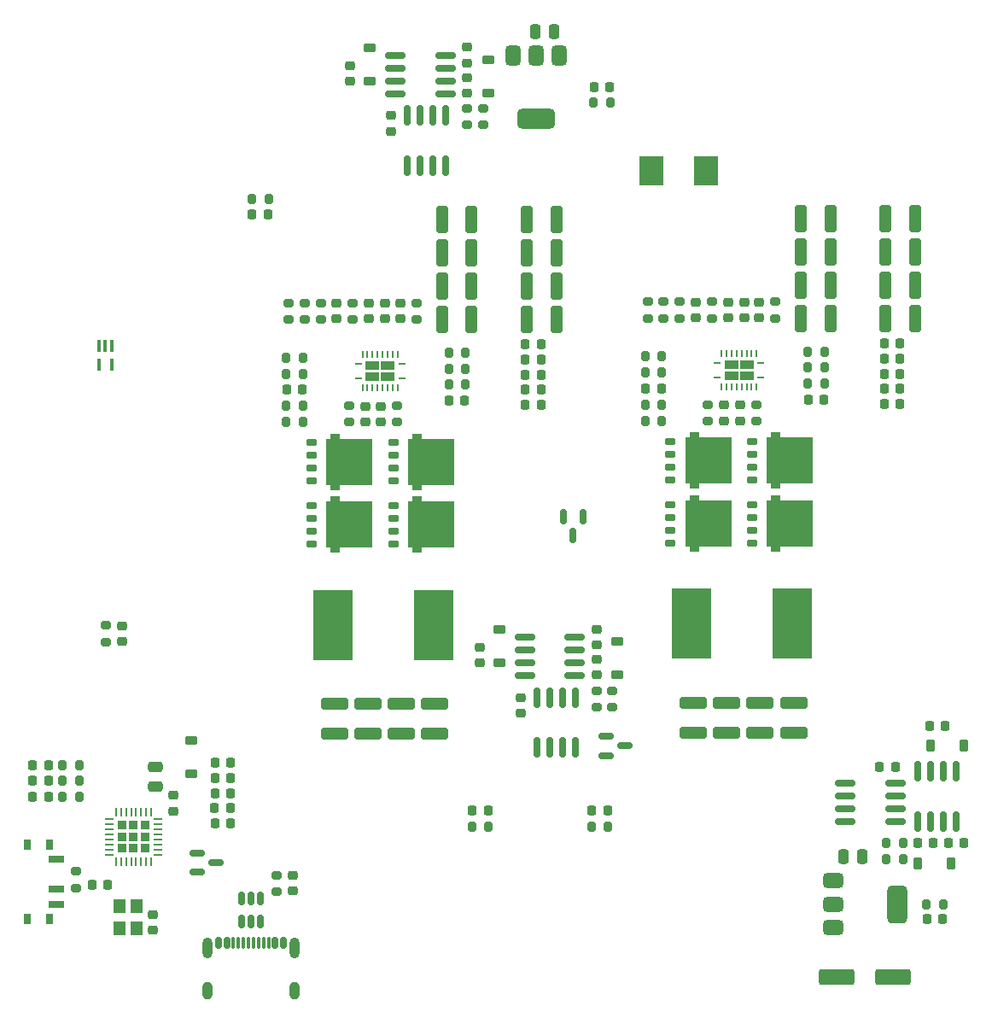
<source format=gbr>
%TF.GenerationSoftware,KiCad,Pcbnew,8.0.4*%
%TF.CreationDate,2025-01-13T22:40:44-07:00*%
%TF.ProjectId,Battery-Board,42617474-6572-4792-9d42-6f6172642e6b,rev?*%
%TF.SameCoordinates,Original*%
%TF.FileFunction,Paste,Top*%
%TF.FilePolarity,Positive*%
%FSLAX46Y46*%
G04 Gerber Fmt 4.6, Leading zero omitted, Abs format (unit mm)*
G04 Created by KiCad (PCBNEW 8.0.4) date 2025-01-13 22:40:44*
%MOMM*%
%LPD*%
G01*
G04 APERTURE LIST*
G04 Aperture macros list*
%AMRoundRect*
0 Rectangle with rounded corners*
0 $1 Rounding radius*
0 $2 $3 $4 $5 $6 $7 $8 $9 X,Y pos of 4 corners*
0 Add a 4 corners polygon primitive as box body*
4,1,4,$2,$3,$4,$5,$6,$7,$8,$9,$2,$3,0*
0 Add four circle primitives for the rounded corners*
1,1,$1+$1,$2,$3*
1,1,$1+$1,$4,$5*
1,1,$1+$1,$6,$7*
1,1,$1+$1,$8,$9*
0 Add four rect primitives between the rounded corners*
20,1,$1+$1,$2,$3,$4,$5,0*
20,1,$1+$1,$4,$5,$6,$7,0*
20,1,$1+$1,$6,$7,$8,$9,0*
20,1,$1+$1,$8,$9,$2,$3,0*%
%AMFreePoly0*
4,1,14,-0.697500,2.280000,2.027500,2.280000,2.502500,2.280000,2.502500,-2.280000,-0.697500,-2.280000,-0.697500,-2.775000,-1.602500,-2.775000,-1.602500,-2.280000,-2.027500,-2.280000,-2.027500,2.280000,-1.602500,2.280000,-1.602500,2.775000,-0.697500,2.775000,-0.697500,2.280000,-0.697500,2.280000,$1*%
G04 Aperture macros list end*
%ADD10RoundRect,0.250000X0.325000X1.100000X-0.325000X1.100000X-0.325000X-1.100000X0.325000X-1.100000X0*%
%ADD11RoundRect,0.225000X0.225000X0.250000X-0.225000X0.250000X-0.225000X-0.250000X0.225000X-0.250000X0*%
%ADD12RoundRect,0.225000X0.250000X-0.225000X0.250000X0.225000X-0.250000X0.225000X-0.250000X-0.225000X0*%
%ADD13R,1.330000X0.920000*%
%ADD14RoundRect,0.050000X-0.250000X-0.070000X0.250000X-0.070000X0.250000X0.070000X-0.250000X0.070000X0*%
%ADD15RoundRect,0.050000X-0.070000X0.250000X-0.070000X-0.250000X0.070000X-0.250000X0.070000X0.250000X0*%
%ADD16RoundRect,0.225000X-0.225000X-0.250000X0.225000X-0.250000X0.225000X0.250000X-0.225000X0.250000X0*%
%ADD17RoundRect,0.225000X-0.250000X0.225000X-0.250000X-0.225000X0.250000X-0.225000X0.250000X0.225000X0*%
%ADD18RoundRect,0.187500X-0.312500X-0.187500X0.312500X-0.187500X0.312500X0.187500X-0.312500X0.187500X0*%
%ADD19FreePoly0,0.000000*%
%ADD20RoundRect,0.200000X-0.275000X0.200000X-0.275000X-0.200000X0.275000X-0.200000X0.275000X0.200000X0*%
%ADD21RoundRect,0.150000X0.150000X-0.512500X0.150000X0.512500X-0.150000X0.512500X-0.150000X-0.512500X0*%
%ADD22R,4.000000X7.000000*%
%ADD23RoundRect,0.250000X-0.325000X-1.100000X0.325000X-1.100000X0.325000X1.100000X-0.325000X1.100000X0*%
%ADD24RoundRect,0.225000X0.375000X-0.225000X0.375000X0.225000X-0.375000X0.225000X-0.375000X-0.225000X0*%
%ADD25RoundRect,0.200000X0.275000X-0.200000X0.275000X0.200000X-0.275000X0.200000X-0.275000X-0.200000X0*%
%ADD26RoundRect,0.250000X-1.100000X0.325000X-1.100000X-0.325000X1.100000X-0.325000X1.100000X0.325000X0*%
%ADD27RoundRect,0.150000X-0.150000X0.587500X-0.150000X-0.587500X0.150000X-0.587500X0.150000X0.587500X0*%
%ADD28RoundRect,0.200000X-0.200000X-0.275000X0.200000X-0.275000X0.200000X0.275000X-0.200000X0.275000X0*%
%ADD29RoundRect,0.150000X-0.150000X-0.425000X0.150000X-0.425000X0.150000X0.425000X-0.150000X0.425000X0*%
%ADD30RoundRect,0.075000X-0.075000X-0.500000X0.075000X-0.500000X0.075000X0.500000X-0.075000X0.500000X0*%
%ADD31O,1.000000X2.100000*%
%ADD32O,1.000000X1.800000*%
%ADD33RoundRect,0.200000X0.200000X0.275000X-0.200000X0.275000X-0.200000X-0.275000X0.200000X-0.275000X0*%
%ADD34RoundRect,0.218750X-0.218750X-0.256250X0.218750X-0.256250X0.218750X0.256250X-0.218750X0.256250X0*%
%ADD35RoundRect,0.225000X-0.225000X-0.375000X0.225000X-0.375000X0.225000X0.375000X-0.225000X0.375000X0*%
%ADD36RoundRect,0.150000X-0.825000X-0.150000X0.825000X-0.150000X0.825000X0.150000X-0.825000X0.150000X0*%
%ADD37RoundRect,0.150000X0.150000X-0.825000X0.150000X0.825000X-0.150000X0.825000X-0.150000X-0.825000X0*%
%ADD38R,2.475000X3.000000*%
%ADD39R,0.400000X1.200000*%
%ADD40R,1.200000X1.400000*%
%ADD41RoundRect,0.250000X0.250000X0.475000X-0.250000X0.475000X-0.250000X-0.475000X0.250000X-0.475000X0*%
%ADD42RoundRect,0.218750X0.218750X0.256250X-0.218750X0.256250X-0.218750X-0.256250X0.218750X-0.256250X0*%
%ADD43RoundRect,0.250000X0.475000X-0.250000X0.475000X0.250000X-0.475000X0.250000X-0.475000X-0.250000X0*%
%ADD44RoundRect,0.150000X-0.587500X-0.150000X0.587500X-0.150000X0.587500X0.150000X-0.587500X0.150000X0*%
%ADD45RoundRect,0.218750X0.256250X-0.218750X0.256250X0.218750X-0.256250X0.218750X-0.256250X-0.218750X0*%
%ADD46RoundRect,0.250000X1.500000X0.550000X-1.500000X0.550000X-1.500000X-0.550000X1.500000X-0.550000X0*%
%ADD47RoundRect,0.150000X-0.150000X0.825000X-0.150000X-0.825000X0.150000X-0.825000X0.150000X0.825000X0*%
%ADD48RoundRect,0.375000X-0.625000X-0.375000X0.625000X-0.375000X0.625000X0.375000X-0.625000X0.375000X0*%
%ADD49RoundRect,0.500000X-0.500000X-1.400000X0.500000X-1.400000X0.500000X1.400000X-0.500000X1.400000X0*%
%ADD50R,0.800000X1.000000*%
%ADD51R,1.500000X0.700000*%
%ADD52RoundRect,0.250000X-0.250000X-0.475000X0.250000X-0.475000X0.250000X0.475000X-0.250000X0.475000X0*%
%ADD53RoundRect,0.232500X0.232500X-0.232500X0.232500X0.232500X-0.232500X0.232500X-0.232500X-0.232500X0*%
%ADD54RoundRect,0.062500X0.062500X-0.375000X0.062500X0.375000X-0.062500X0.375000X-0.062500X-0.375000X0*%
%ADD55RoundRect,0.062500X0.375000X-0.062500X0.375000X0.062500X-0.375000X0.062500X-0.375000X-0.062500X0*%
%ADD56RoundRect,0.375000X-0.375000X0.625000X-0.375000X-0.625000X0.375000X-0.625000X0.375000X0.625000X0*%
%ADD57RoundRect,0.500000X-1.400000X0.500000X-1.400000X-0.500000X1.400000X-0.500000X1.400000X0.500000X0*%
G04 APERTURE END LIST*
D10*
%TO.C,C20*%
X173075000Y-80320000D03*
X170125000Y-80320000D03*
%TD*%
D11*
%TO.C,C61*%
X136800000Y-88520000D03*
X135250000Y-88520000D03*
%TD*%
D12*
%TO.C,C2*%
X136995000Y-58035000D03*
X136995000Y-56485000D03*
%TD*%
D13*
%TO.C,U12*%
X164767250Y-84910000D03*
X163227250Y-84910000D03*
X164767250Y-86030000D03*
X163227250Y-86030000D03*
D14*
X166147250Y-84720000D03*
D15*
X165747250Y-83820000D03*
X165247250Y-83820000D03*
X164747250Y-83820000D03*
X164247250Y-83820000D03*
X163747250Y-83820000D03*
X163247250Y-83820000D03*
X162747250Y-83820000D03*
X162247250Y-83820000D03*
D14*
X161847250Y-84720000D03*
X161847250Y-86220000D03*
D15*
X162247250Y-87120000D03*
X162747250Y-87120000D03*
X163247250Y-87120000D03*
X163747250Y-87120000D03*
X164247250Y-87120000D03*
X164747250Y-87120000D03*
X165247250Y-87120000D03*
X165747250Y-87120000D03*
D14*
X166147250Y-86220000D03*
%TD*%
D16*
%TO.C,C82*%
X142800000Y-84417500D03*
X144350000Y-84417500D03*
%TD*%
D17*
%TO.C,C64*%
X130400000Y-78845000D03*
X130400000Y-80395000D03*
%TD*%
D18*
%TO.C,U22*%
X129700000Y-92650000D03*
X129700000Y-93920000D03*
X129700000Y-95190000D03*
X129700000Y-96460000D03*
D19*
X133192250Y-94555000D03*
%TD*%
D20*
%TO.C,R22*%
X156500000Y-78695000D03*
X156500000Y-80345000D03*
%TD*%
%TO.C,R7*%
X122500000Y-78795000D03*
X122500000Y-80445000D03*
%TD*%
D12*
%TO.C,C17*%
X149850000Y-115705000D03*
X149850000Y-114155000D03*
%TD*%
D20*
%TO.C,R19*%
X160900000Y-88895000D03*
X160900000Y-90545000D03*
%TD*%
D16*
%TO.C,C12*%
X112000000Y-127410000D03*
X113550000Y-127410000D03*
%TD*%
D21*
%TO.C,D7*%
X114650000Y-140137500D03*
X115600000Y-140137500D03*
X116550000Y-140137500D03*
X116550000Y-137862500D03*
X115600000Y-137862500D03*
X114650000Y-137862500D03*
%TD*%
D22*
%TO.C,L2*%
X123700000Y-110720000D03*
X133700000Y-110720000D03*
%TD*%
D18*
%TO.C,U24*%
X129700000Y-98890000D03*
X129700000Y-100160000D03*
X129700000Y-101430000D03*
X129700000Y-102700000D03*
D19*
X133192250Y-100795000D03*
%TD*%
D23*
%TO.C,C71*%
X142925000Y-77120000D03*
X145875000Y-77120000D03*
%TD*%
D12*
%TO.C,C60*%
X126900000Y-90595000D03*
X126900000Y-89045000D03*
%TD*%
D24*
%TO.C,D1*%
X139095000Y-57995000D03*
X139095000Y-54695000D03*
%TD*%
D11*
%TO.C,C15*%
X113550000Y-130410000D03*
X112000000Y-130410000D03*
%TD*%
D10*
%TO.C,C22*%
X173075000Y-77020000D03*
X170125000Y-77020000D03*
%TD*%
D16*
%TO.C,C84*%
X142800000Y-85920000D03*
X144350000Y-85920000D03*
%TD*%
D12*
%TO.C,C40*%
X164500000Y-80295000D03*
X164500000Y-78745000D03*
%TD*%
D23*
%TO.C,C35*%
X178525000Y-73720000D03*
X181475000Y-73720000D03*
%TD*%
D24*
%TO.C,D9*%
X151950000Y-115665000D03*
X151950000Y-112365000D03*
%TD*%
D16*
%TO.C,C10*%
X112000000Y-125900000D03*
X113550000Y-125900000D03*
%TD*%
D25*
%TO.C,R35*%
X149855000Y-118902500D03*
X149855000Y-117252500D03*
%TD*%
D11*
%TO.C,C8*%
X101375000Y-136500000D03*
X99825000Y-136500000D03*
%TD*%
D26*
%TO.C,C37*%
X166092856Y-118445000D03*
X166092856Y-121395000D03*
%TD*%
D27*
%TO.C,U7*%
X148500000Y-100000000D03*
X146600000Y-100000000D03*
X147550000Y-101875000D03*
%TD*%
D16*
%TO.C,C45*%
X178400000Y-82815000D03*
X179950000Y-82815000D03*
%TD*%
D28*
%TO.C,R23*%
X135200000Y-83720000D03*
X136850000Y-83720000D03*
%TD*%
D29*
%TO.C,J2*%
X112400000Y-142220000D03*
X113200000Y-142220000D03*
D30*
X114350000Y-142220000D03*
X115350000Y-142220000D03*
X115850000Y-142220000D03*
X116850000Y-142220000D03*
D29*
X118000000Y-142220000D03*
X118800000Y-142220000D03*
X118800000Y-142220000D03*
X118000000Y-142220000D03*
D30*
X117350000Y-142220000D03*
X116350000Y-142220000D03*
X114850000Y-142220000D03*
X113850000Y-142220000D03*
D29*
X113200000Y-142220000D03*
X112400000Y-142220000D03*
D31*
X111280000Y-142795000D03*
D32*
X111280000Y-146975000D03*
D31*
X119920000Y-142795000D03*
D32*
X119920000Y-146975000D03*
%TD*%
D33*
%TO.C,R46*%
X151025000Y-130700000D03*
X149375000Y-130700000D03*
%TD*%
D22*
%TO.C,L1*%
X159300000Y-110620000D03*
X169300000Y-110620000D03*
%TD*%
D34*
%TO.C,D19*%
X149612500Y-57400000D03*
X151187500Y-57400000D03*
%TD*%
D17*
%TO.C,C1*%
X129495000Y-60245000D03*
X129495000Y-61795000D03*
%TD*%
D25*
%TO.C,R44*%
X118140000Y-137195000D03*
X118140000Y-135545000D03*
%TD*%
D17*
%TO.C,C5*%
X105900000Y-139425000D03*
X105900000Y-140975000D03*
%TD*%
D20*
%TO.C,R20*%
X161300000Y-78695000D03*
X161300000Y-80345000D03*
%TD*%
%TO.C,R32*%
X125700000Y-78795000D03*
X125700000Y-80445000D03*
%TD*%
D33*
%TO.C,R24*%
X136850000Y-85320000D03*
X135200000Y-85320000D03*
%TD*%
D26*
%TO.C,C34*%
X169414284Y-118445000D03*
X169414284Y-121395000D03*
%TD*%
D23*
%TO.C,C31*%
X178525000Y-80320000D03*
X181475000Y-80320000D03*
%TD*%
D18*
%TO.C,U15*%
X165300000Y-98790000D03*
X165300000Y-100060000D03*
X165300000Y-101330000D03*
X165300000Y-102600000D03*
D19*
X168792250Y-100695000D03*
%TD*%
D28*
%TO.C,R38*%
X178600000Y-133920000D03*
X180250000Y-133920000D03*
%TD*%
D17*
%TO.C,C29*%
X166000000Y-78745000D03*
X166000000Y-80295000D03*
%TD*%
D25*
%TO.C,R14*%
X167600000Y-80345000D03*
X167600000Y-78695000D03*
%TD*%
D11*
%TO.C,C93*%
X186275000Y-132315000D03*
X184725000Y-132315000D03*
%TD*%
D26*
%TO.C,C74*%
X127171428Y-118545000D03*
X127171428Y-121495000D03*
%TD*%
D10*
%TO.C,C63*%
X137475000Y-70520000D03*
X134525000Y-70520000D03*
%TD*%
D35*
%TO.C,D16*%
X182949999Y-122715000D03*
X186249999Y-122715000D03*
%TD*%
D12*
%TO.C,C18*%
X138250000Y-114505000D03*
X138250000Y-112955000D03*
%TD*%
D26*
%TO.C,C21*%
X159450000Y-118445000D03*
X159450000Y-121395000D03*
%TD*%
D11*
%TO.C,C90*%
X179500000Y-124815001D03*
X177950000Y-124815001D03*
%TD*%
D17*
%TO.C,C19*%
X149850000Y-111140000D03*
X149850000Y-112690000D03*
%TD*%
D36*
%TO.C,U2*%
X129920000Y-54240000D03*
X129920000Y-55510000D03*
X129920000Y-56780000D03*
X129920000Y-58050000D03*
X134870000Y-58050000D03*
X134870000Y-56780000D03*
X134870000Y-55510000D03*
X134870000Y-54240000D03*
%TD*%
D17*
%TO.C,C16*%
X142350000Y-117915000D03*
X142350000Y-119465000D03*
%TD*%
D37*
%TO.C,U10*%
X143950000Y-122865000D03*
X145220000Y-122865000D03*
X146490000Y-122865000D03*
X147760000Y-122865000D03*
X147760000Y-117915000D03*
X146490000Y-117915000D03*
X145220000Y-117915000D03*
X143950000Y-117915000D03*
%TD*%
D28*
%TO.C,R43*%
X182575000Y-138400000D03*
X184225000Y-138400000D03*
%TD*%
D33*
%TO.C,R30*%
X120750000Y-89020000D03*
X119100000Y-89020000D03*
%TD*%
D20*
%TO.C,R21*%
X165700000Y-88895000D03*
X165700000Y-90545000D03*
%TD*%
D37*
%TO.C,U1*%
X131095000Y-65195000D03*
X132365000Y-65195000D03*
X133635000Y-65195000D03*
X134905000Y-65195000D03*
X134905000Y-60245000D03*
X133635000Y-60245000D03*
X132365000Y-60245000D03*
X131095000Y-60245000D03*
%TD*%
D28*
%TO.C,R25*%
X119100000Y-85820000D03*
X120750000Y-85820000D03*
%TD*%
%TO.C,R11*%
X170800000Y-83620000D03*
X172450000Y-83620000D03*
%TD*%
D16*
%TO.C,C73*%
X142800000Y-87422500D03*
X144350000Y-87422500D03*
%TD*%
D10*
%TO.C,C24*%
X173075000Y-73720000D03*
X170125000Y-73720000D03*
%TD*%
D26*
%TO.C,C39*%
X162771428Y-118445000D03*
X162771428Y-121395000D03*
%TD*%
D16*
%TO.C,C76*%
X142800000Y-88925000D03*
X144350000Y-88925000D03*
%TD*%
D34*
%TO.C,FB1*%
X111987500Y-128910000D03*
X113562500Y-128910000D03*
%TD*%
D20*
%TO.C,R39*%
X136995000Y-59520000D03*
X136995000Y-61170000D03*
%TD*%
D18*
%TO.C,U25*%
X121600000Y-98890000D03*
X121600000Y-100160000D03*
X121600000Y-101430000D03*
X121600000Y-102700000D03*
D19*
X125092250Y-100795000D03*
%TD*%
D12*
%TO.C,C78*%
X127300000Y-80395000D03*
X127300000Y-78845000D03*
%TD*%
%TO.C,C43*%
X162900000Y-80295000D03*
X162900000Y-78745000D03*
%TD*%
D33*
%TO.C,R37*%
X180250000Y-132320000D03*
X178600000Y-132320000D03*
%TD*%
D16*
%TO.C,C92*%
X182909999Y-120715000D03*
X184459999Y-120715000D03*
%TD*%
D28*
%TO.C,R2*%
X96905000Y-126200000D03*
X98555000Y-126200000D03*
%TD*%
D20*
%TO.C,R42*%
X98200000Y-135175000D03*
X98200000Y-136825000D03*
%TD*%
D38*
%TO.C,JP1*%
X155312500Y-65700000D03*
X160687500Y-65700000D03*
%TD*%
D16*
%TO.C,C41*%
X178400000Y-88825000D03*
X179950000Y-88825000D03*
%TD*%
D39*
%TO.C,IC1*%
X101800000Y-83060000D03*
X101150000Y-83060000D03*
X100500000Y-83060000D03*
X100500000Y-84960000D03*
X101800000Y-84960000D03*
%TD*%
D28*
%TO.C,R52*%
X149575000Y-58900000D03*
X151225000Y-58900000D03*
%TD*%
D23*
%TO.C,C66*%
X142925000Y-80420000D03*
X145875000Y-80420000D03*
%TD*%
D16*
%TO.C,C80*%
X142800000Y-82915000D03*
X144350000Y-82915000D03*
%TD*%
D20*
%TO.C,R9*%
X119300000Y-78795000D03*
X119300000Y-80445000D03*
%TD*%
D36*
%TO.C,U11*%
X142775000Y-111910000D03*
X142775000Y-113180000D03*
X142775000Y-114450000D03*
X142775000Y-115720000D03*
X147725000Y-115720000D03*
X147725000Y-114450000D03*
X147725000Y-113180000D03*
X147725000Y-111910000D03*
%TD*%
D11*
%TO.C,C26*%
X172400000Y-88420000D03*
X170850000Y-88420000D03*
%TD*%
D40*
%TO.C,U3*%
X104250000Y-140800000D03*
X104250000Y-138600000D03*
X102550000Y-138600000D03*
X102550000Y-140800000D03*
%TD*%
D12*
%TO.C,C3*%
X125395000Y-56835000D03*
X125395000Y-55285000D03*
%TD*%
D33*
%TO.C,R12*%
X172450000Y-85220000D03*
X170800000Y-85220000D03*
%TD*%
D10*
%TO.C,C59*%
X137475000Y-73820000D03*
X134525000Y-73820000D03*
%TD*%
D24*
%TO.C,D6*%
X109700000Y-125450000D03*
X109700000Y-122150000D03*
%TD*%
D23*
%TO.C,C68*%
X142925000Y-70520000D03*
X145875000Y-70520000D03*
%TD*%
D34*
%TO.C,D5*%
X93912500Y-127800000D03*
X95487500Y-127800000D03*
%TD*%
D41*
%TO.C,C53*%
X176250000Y-133700000D03*
X174350000Y-133700000D03*
%TD*%
D16*
%TO.C,C44*%
X154750000Y-87320000D03*
X156300000Y-87320000D03*
%TD*%
D34*
%TO.C,D13*%
X115712500Y-70000000D03*
X117287500Y-70000000D03*
%TD*%
D17*
%TO.C,C7*%
X107900000Y-127625000D03*
X107900000Y-129175000D03*
%TD*%
D42*
%TO.C,D14*%
X150975000Y-129090000D03*
X149400000Y-129090000D03*
%TD*%
D33*
%TO.C,R17*%
X172450000Y-86820000D03*
X170800000Y-86820000D03*
%TD*%
D43*
%TO.C,C9*%
X106100000Y-126750000D03*
X106100000Y-124850000D03*
%TD*%
D16*
%TO.C,C13*%
X112000000Y-124410000D03*
X113550000Y-124410000D03*
%TD*%
D12*
%TO.C,C83*%
X124100000Y-80395000D03*
X124100000Y-78845000D03*
%TD*%
D18*
%TO.C,U16*%
X157200000Y-98790000D03*
X157200000Y-100060000D03*
X157200000Y-101330000D03*
X157200000Y-102600000D03*
D19*
X160692250Y-100695000D03*
%TD*%
D16*
%TO.C,C49*%
X178400000Y-85820000D03*
X179950000Y-85820000D03*
%TD*%
D20*
%TO.C,R8*%
X158125000Y-78695000D03*
X158125000Y-80345000D03*
%TD*%
D18*
%TO.C,U14*%
X157200000Y-92550000D03*
X157200000Y-93820000D03*
X157200000Y-95090000D03*
X157200000Y-96360000D03*
D19*
X160692250Y-94455000D03*
%TD*%
D13*
%TO.C,U21*%
X129167250Y-85010000D03*
X127627250Y-85010000D03*
X129167250Y-86130000D03*
X127627250Y-86130000D03*
D14*
X130547250Y-84820000D03*
D15*
X130147250Y-83920000D03*
X129647250Y-83920000D03*
X129147250Y-83920000D03*
X128647250Y-83920000D03*
X128147250Y-83920000D03*
X127647250Y-83920000D03*
X127147250Y-83920000D03*
X126647250Y-83920000D03*
D14*
X126247250Y-84820000D03*
X126247250Y-86320000D03*
D15*
X126647250Y-87220000D03*
X127147250Y-87220000D03*
X127647250Y-87220000D03*
X128147250Y-87220000D03*
X128647250Y-87220000D03*
X129147250Y-87220000D03*
X129647250Y-87220000D03*
X130147250Y-87220000D03*
D14*
X130547250Y-86320000D03*
%TD*%
D18*
%TO.C,U23*%
X121600000Y-92650000D03*
X121600000Y-93920000D03*
X121600000Y-95190000D03*
X121600000Y-96460000D03*
D19*
X125092250Y-94555000D03*
%TD*%
D44*
%TO.C,U8*%
X150825000Y-121770000D03*
X150825000Y-123670000D03*
X152700000Y-122720000D03*
%TD*%
D25*
%TO.C,R40*%
X138595000Y-61170000D03*
X138595000Y-59520000D03*
%TD*%
D20*
%TO.C,R34*%
X120900000Y-78795000D03*
X120900000Y-80445000D03*
%TD*%
D18*
%TO.C,U13*%
X165300000Y-92550000D03*
X165300000Y-93820000D03*
X165300000Y-95090000D03*
X165300000Y-96360000D03*
D19*
X168792250Y-94455000D03*
%TD*%
D45*
%TO.C,D12*%
X119720000Y-137097500D03*
X119720000Y-135522500D03*
%TD*%
D10*
%TO.C,C28*%
X173075000Y-70420000D03*
X170125000Y-70420000D03*
%TD*%
D34*
%TO.C,D4*%
X93912500Y-126200000D03*
X95487500Y-126200000D03*
%TD*%
D17*
%TO.C,C4*%
X136995000Y-53470000D03*
X136995000Y-55020000D03*
%TD*%
D20*
%TO.C,R33*%
X130100000Y-88995000D03*
X130100000Y-90645000D03*
%TD*%
D17*
%TO.C,C6*%
X102800000Y-110825000D03*
X102800000Y-112375000D03*
%TD*%
D16*
%TO.C,C79*%
X119150000Y-87420000D03*
X120700000Y-87420000D03*
%TD*%
D26*
%TO.C,C56*%
X123850000Y-118545000D03*
X123850000Y-121495000D03*
%TD*%
D20*
%TO.C,R10*%
X154925000Y-78695000D03*
X154925000Y-80345000D03*
%TD*%
D46*
%TO.C,C54*%
X179300000Y-145600000D03*
X173700000Y-145600000D03*
%TD*%
D12*
%TO.C,C85*%
X128500000Y-90595000D03*
X128500000Y-89045000D03*
%TD*%
D16*
%TO.C,C91*%
X181710001Y-132315000D03*
X183260001Y-132315000D03*
%TD*%
D23*
%TO.C,C36*%
X178525000Y-77020000D03*
X181475000Y-77020000D03*
%TD*%
D24*
%TO.C,D2*%
X127395000Y-56795000D03*
X127395000Y-53495000D03*
%TD*%
D42*
%TO.C,D17*%
X139100000Y-129100000D03*
X137525000Y-129100000D03*
%TD*%
D16*
%TO.C,C38*%
X178400000Y-87322500D03*
X179950000Y-87322500D03*
%TD*%
D34*
%TO.C,D11*%
X182612500Y-139900000D03*
X184187500Y-139900000D03*
%TD*%
D12*
%TO.C,C75*%
X128900000Y-80395000D03*
X128900000Y-78845000D03*
%TD*%
D28*
%TO.C,R1*%
X96905000Y-124600000D03*
X98555000Y-124600000D03*
%TD*%
D47*
%TO.C,U29*%
X185505000Y-125240000D03*
X184235000Y-125240000D03*
X182965000Y-125240000D03*
X181695000Y-125240000D03*
X181695000Y-130190000D03*
X182965000Y-130190000D03*
X184235000Y-130190000D03*
X185505000Y-130190000D03*
%TD*%
D23*
%TO.C,C70*%
X142925000Y-73820000D03*
X145875000Y-73820000D03*
%TD*%
D36*
%TO.C,U28*%
X174550000Y-126415000D03*
X174550000Y-127685000D03*
X174550000Y-128955000D03*
X174550000Y-130225000D03*
X179500000Y-130225000D03*
X179500000Y-128955000D03*
X179500000Y-127685000D03*
X179500000Y-126415000D03*
%TD*%
D33*
%TO.C,R47*%
X139140000Y-130700000D03*
X137490000Y-130700000D03*
%TD*%
D28*
%TO.C,R13*%
X154700000Y-85720000D03*
X156350000Y-85720000D03*
%TD*%
D48*
%TO.C,U20*%
X173350000Y-136100000D03*
X173350000Y-138400000D03*
D49*
X179650000Y-138400000D03*
D48*
X173350000Y-140700000D03*
%TD*%
D44*
%TO.C,U9*%
X110225000Y-133350000D03*
X110225000Y-135250000D03*
X112100000Y-134300000D03*
%TD*%
D10*
%TO.C,C55*%
X137475000Y-80420000D03*
X134525000Y-80420000D03*
%TD*%
D23*
%TO.C,C33*%
X178525000Y-70420000D03*
X181475000Y-70420000D03*
%TD*%
D26*
%TO.C,C69*%
X133814284Y-118545000D03*
X133814284Y-121495000D03*
%TD*%
%TO.C,C72*%
X130492856Y-118545000D03*
X130492856Y-121495000D03*
%TD*%
D50*
%TO.C,SW2*%
X95655000Y-132550000D03*
X93445000Y-132550000D03*
X95655000Y-139850000D03*
X93445000Y-139850000D03*
D51*
X96305000Y-133950000D03*
X96305000Y-136950000D03*
X96305000Y-138450000D03*
%TD*%
D34*
%TO.C,D3*%
X93912500Y-124600000D03*
X95487500Y-124600000D03*
%TD*%
D20*
%TO.C,R36*%
X151405000Y-117240000D03*
X151405000Y-118890000D03*
%TD*%
D33*
%TO.C,R16*%
X156350000Y-90520000D03*
X154700000Y-90520000D03*
%TD*%
D28*
%TO.C,R45*%
X115692500Y-68490000D03*
X117342500Y-68490000D03*
%TD*%
D33*
%TO.C,R28*%
X120750000Y-90620000D03*
X119100000Y-90620000D03*
%TD*%
D35*
%TO.C,D15*%
X181750001Y-134415000D03*
X185050001Y-134415000D03*
%TD*%
D12*
%TO.C,C50*%
X164100000Y-90495000D03*
X164100000Y-88945000D03*
%TD*%
D52*
%TO.C,C86*%
X143750000Y-51900000D03*
X145650000Y-51900000D03*
%TD*%
D33*
%TO.C,R18*%
X156350000Y-88920000D03*
X154700000Y-88920000D03*
%TD*%
D10*
%TO.C,C57*%
X137475000Y-77120000D03*
X134525000Y-77120000D03*
%TD*%
D25*
%TO.C,R26*%
X132000000Y-80445000D03*
X132000000Y-78795000D03*
%TD*%
D28*
%TO.C,R3*%
X96905000Y-127800000D03*
X98555000Y-127800000D03*
%TD*%
D33*
%TO.C,R15*%
X156350000Y-84120000D03*
X154700000Y-84120000D03*
%TD*%
D16*
%TO.C,C47*%
X178400000Y-84317500D03*
X179950000Y-84317500D03*
%TD*%
D24*
%TO.C,D10*%
X140250000Y-114465000D03*
X140250000Y-111165000D03*
%TD*%
D33*
%TO.C,R29*%
X136850000Y-86920000D03*
X135200000Y-86920000D03*
%TD*%
%TO.C,R27*%
X120750000Y-84220000D03*
X119100000Y-84220000D03*
%TD*%
D53*
%TO.C,U5*%
X102800000Y-132887500D03*
X103950000Y-132887500D03*
X105100000Y-132887500D03*
X102800000Y-131737500D03*
X103950000Y-131737500D03*
X105100000Y-131737500D03*
X102800000Y-130587500D03*
X103950000Y-130587500D03*
X105100000Y-130587500D03*
D54*
X102200000Y-134175000D03*
X102700000Y-134175000D03*
X103200000Y-134175000D03*
X103700000Y-134175000D03*
X104200000Y-134175000D03*
X104700000Y-134175000D03*
X105200000Y-134175000D03*
X105700000Y-134175000D03*
D55*
X106387500Y-133487500D03*
X106387500Y-132987500D03*
X106387500Y-132487500D03*
X106387500Y-131987500D03*
X106387500Y-131487500D03*
X106387500Y-130987500D03*
X106387500Y-130487500D03*
X106387500Y-129987500D03*
D54*
X105700000Y-129300000D03*
X105200000Y-129300000D03*
X104700000Y-129300000D03*
X104200000Y-129300000D03*
X103700000Y-129300000D03*
X103200000Y-129300000D03*
X102700000Y-129300000D03*
X102200000Y-129300000D03*
D55*
X101512500Y-129987500D03*
X101512500Y-130487500D03*
X101512500Y-130987500D03*
X101512500Y-131487500D03*
X101512500Y-131987500D03*
X101512500Y-132487500D03*
X101512500Y-132987500D03*
X101512500Y-133487500D03*
%TD*%
D12*
%TO.C,C25*%
X162500000Y-90495000D03*
X162500000Y-88945000D03*
%TD*%
D20*
%TO.C,R41*%
X101200000Y-110775000D03*
X101200000Y-112425000D03*
%TD*%
D12*
%TO.C,C48*%
X159700000Y-80295000D03*
X159700000Y-78745000D03*
%TD*%
D20*
%TO.C,R31*%
X125300000Y-88995000D03*
X125300000Y-90645000D03*
%TD*%
D56*
%TO.C,U19*%
X146200000Y-54250000D03*
X143900000Y-54250000D03*
D57*
X143900000Y-60550000D03*
D56*
X141600000Y-54250000D03*
%TD*%
M02*

</source>
